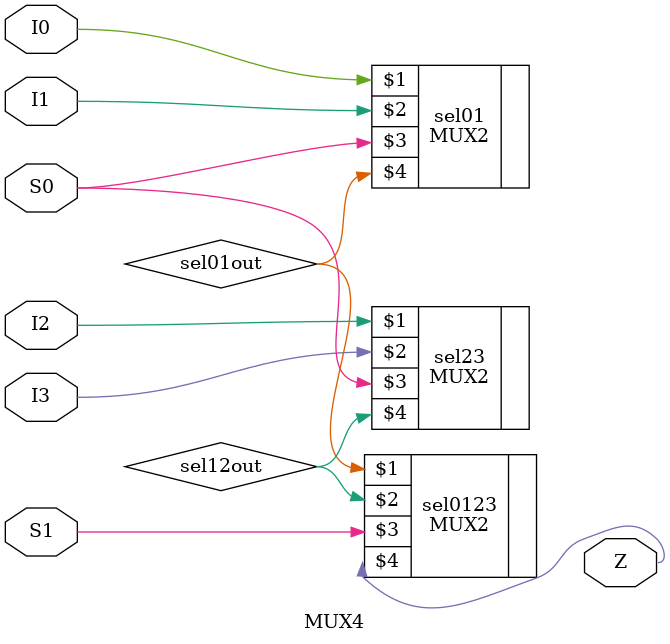
<source format=v>
module MUX4 (I0,I1,I2,I3,S1,S0,Z);

	input I0,I1,I2,I3,S0,S1;
	output Z;
	wire sel01out,sel12out;
	
	MUX2 sel01(I0,I1,S0,sel01out);
	MUX2 sel23(I2,I3,S0,sel12out);
	MUX2 sel0123(sel01out,sel12out,S1,Z);
	endmodule
	
</source>
